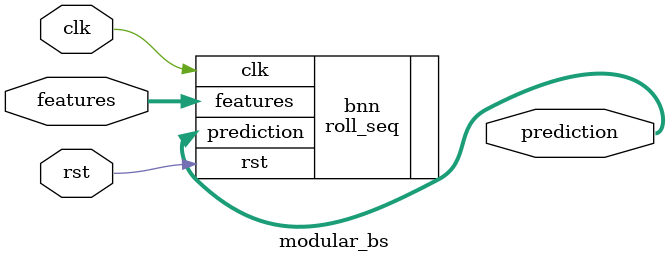
<source format=v>
`ifndef DUTNAME
`define DUTNAME modular_bs
parameter FEAT_CNT = 4;
parameter FEAT_BITS = 4;
parameter HIDDEN_CNT = 4;
parameter CLASS_CNT = 4;
`define WEIGHTS0 0
`define WEIGHTS1 0
`else
    `include `BSTRINGS
`endif
module `DUTNAME #(
`ifdef PARAMS
`include `PARAMS
`endif
  ) (
  input clk,
  input rst,
  input [FEAT_CNT*FEAT_BITS-1:0] features,
  output [$clog2(CLASS_CNT)-1:0] prediction
  );

  localparam Weights0 = `WEIGHTS0 ;
  localparam Weights1 = `WEIGHTS1 ;

  roll_seq #(.FEAT_CNT(FEAT_CNT),.FEAT_BITS(FEAT_BITS),.HIDDEN_CNT(HIDDEN_CNT),.CLASS_CNT(CLASS_CNT),.Weights0(Weights0),.Weights1(Weights1)) bnn (
    .clk(clk),
    .rst(rst),
    .features(features),
    .prediction(prediction)
  );

endmodule

</source>
